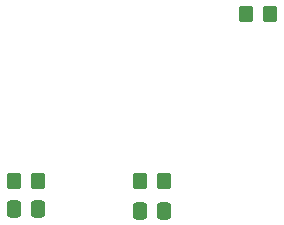
<source format=gbr>
%TF.GenerationSoftware,KiCad,Pcbnew,7.0.2-6a45011f42~172~ubuntu22.10.1*%
%TF.CreationDate,2023-04-24T10:08:01+02:00*%
%TF.ProjectId,him-card,68696d2d-6361-4726-942e-6b696361645f,rev?*%
%TF.SameCoordinates,Original*%
%TF.FileFunction,Paste,Top*%
%TF.FilePolarity,Positive*%
%FSLAX46Y46*%
G04 Gerber Fmt 4.6, Leading zero omitted, Abs format (unit mm)*
G04 Created by KiCad (PCBNEW 7.0.2-6a45011f42~172~ubuntu22.10.1) date 2023-04-24 10:08:01*
%MOMM*%
%LPD*%
G01*
G04 APERTURE LIST*
G04 Aperture macros list*
%AMRoundRect*
0 Rectangle with rounded corners*
0 $1 Rounding radius*
0 $2 $3 $4 $5 $6 $7 $8 $9 X,Y pos of 4 corners*
0 Add a 4 corners polygon primitive as box body*
4,1,4,$2,$3,$4,$5,$6,$7,$8,$9,$2,$3,0*
0 Add four circle primitives for the rounded corners*
1,1,$1+$1,$2,$3*
1,1,$1+$1,$4,$5*
1,1,$1+$1,$6,$7*
1,1,$1+$1,$8,$9*
0 Add four rect primitives between the rounded corners*
20,1,$1+$1,$2,$3,$4,$5,0*
20,1,$1+$1,$4,$5,$6,$7,0*
20,1,$1+$1,$6,$7,$8,$9,0*
20,1,$1+$1,$8,$9,$2,$3,0*%
G04 Aperture macros list end*
%ADD10RoundRect,0.250000X-0.350000X-0.450000X0.350000X-0.450000X0.350000X0.450000X-0.350000X0.450000X0*%
%ADD11RoundRect,0.250000X0.350000X0.450000X-0.350000X0.450000X-0.350000X-0.450000X0.350000X-0.450000X0*%
%ADD12RoundRect,0.250000X-0.337500X-0.475000X0.337500X-0.475000X0.337500X0.475000X-0.337500X0.475000X0*%
G04 APERTURE END LIST*
D10*
%TO.C,R3*%
X136000000Y-83830000D03*
X138000000Y-83830000D03*
%TD*%
%TO.C,R2*%
X127000000Y-98000000D03*
X129000000Y-98000000D03*
%TD*%
D11*
%TO.C,R1*%
X118330000Y-98000000D03*
X116330000Y-98000000D03*
%TD*%
D12*
%TO.C,C2*%
X126972500Y-100550000D03*
X129047500Y-100550000D03*
%TD*%
%TO.C,C1*%
X116312500Y-100390000D03*
X118387500Y-100390000D03*
%TD*%
M02*

</source>
